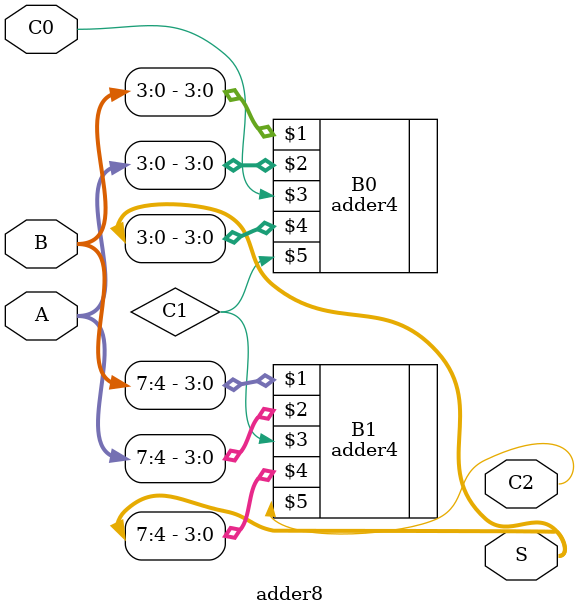
<source format=v>
 `include "adder4.v"
module adder8(B, A, C0, S, C2);
input[7:0] B, A;
input C0;
output[7:0] S;
output C2;
wire C1;
adder4 B0(B[3:0], A[3:0], C0, S[3:0], C1);
adder4 B1(B[7:4], A[7:4], C1, S[7:4], C2);

endmodule
</source>
